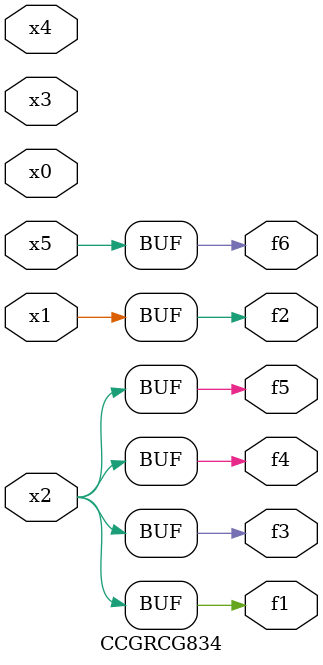
<source format=v>
module CCGRCG834(
	input x0, x1, x2, x3, x4, x5,
	output f1, f2, f3, f4, f5, f6
);
	assign f1 = x2;
	assign f2 = x1;
	assign f3 = x2;
	assign f4 = x2;
	assign f5 = x2;
	assign f6 = x5;
endmodule

</source>
